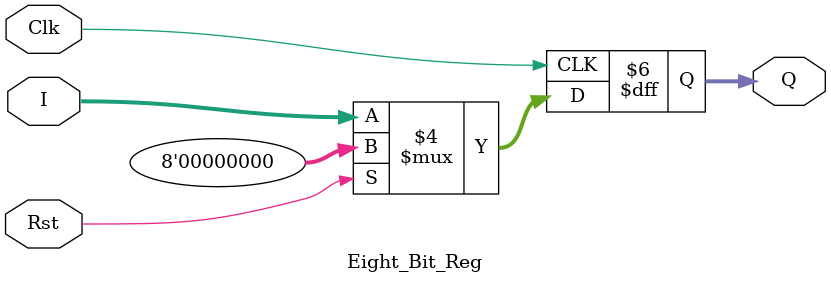
<source format=v>
`timescale 1ns / 1ps
module Eight_Bit_Reg(I, Q, Clk, Rst);

	input [7:0] I;
	output [7:0] Q;
	reg [7:0] Q;
	input Clk, Rst;
	
	always @(posedge Clk) begin
		if (Rst == 1)
			Q <= 8'b00000000;
		else
			Q <= I;
	end
endmodule

</source>
